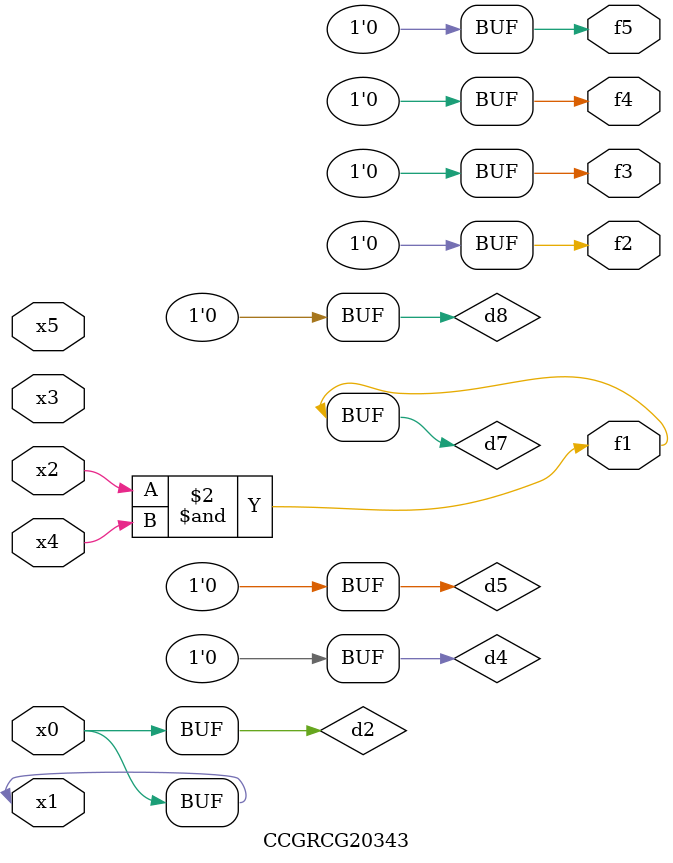
<source format=v>
module CCGRCG20343(
	input x0, x1, x2, x3, x4, x5,
	output f1, f2, f3, f4, f5
);

	wire d1, d2, d3, d4, d5, d6, d7, d8, d9;

	nand (d1, x1);
	buf (d2, x0, x1);
	nand (d3, x2, x4);
	and (d4, d1, d2);
	and (d5, d1, d2);
	nand (d6, d1, d3);
	not (d7, d3);
	xor (d8, d5);
	nor (d9, d5, d6);
	assign f1 = d7;
	assign f2 = d8;
	assign f3 = d8;
	assign f4 = d8;
	assign f5 = d8;
endmodule

</source>
